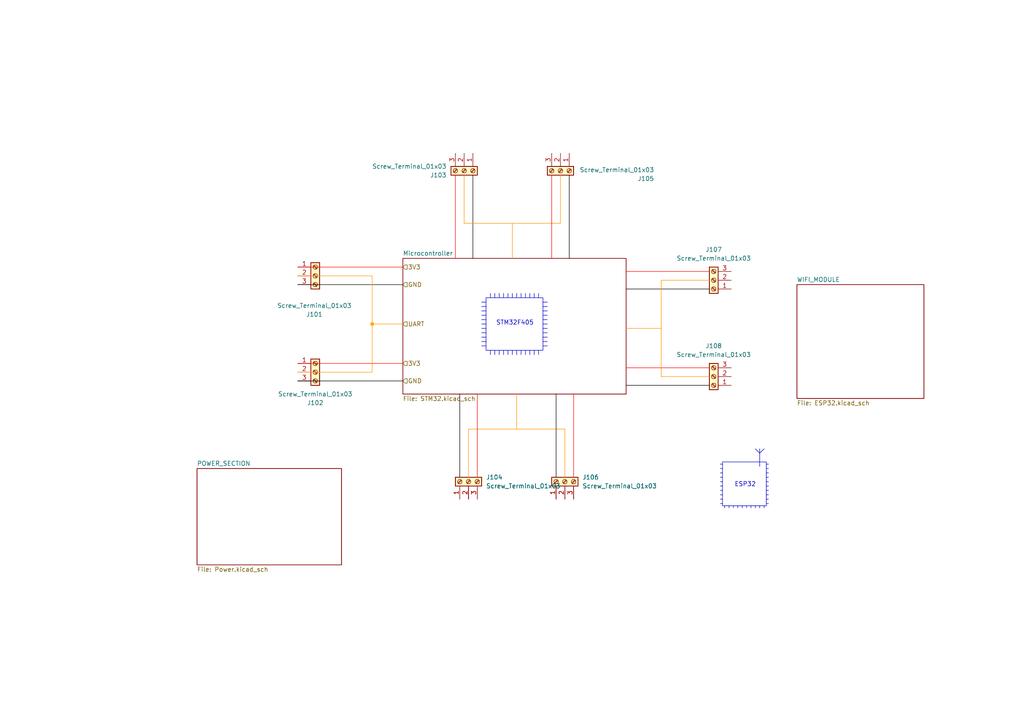
<source format=kicad_sch>
(kicad_sch (version 20231120) (generator "eeschema") (generator_version "8.0")
  (paper "A4")
  (lib_symbols
    (symbol "Connector:Screw_Terminal_01x03" (pin_names (offset 1.016) hide)
      (property "Reference" "J" (at 0 5.08 0))
      (property "Value" "Screw_Terminal_01x03" (at 0 -5.08 0))
      (symbol "Screw_Terminal_01x03_1_1"
        (rectangle (start -1.27 3.81) (end 1.27 -3.81) (stroke (width 0.254)) (fill (type background)))
        (circle (center 0 -2.54) (radius 0.635) (stroke (width 0.1524)))
        (polyline (pts (xy -0.5334 -2.2098) (xy 0.3302 -3.048)) (stroke (width 0.1524)))
        (polyline (pts (xy -0.5334 0.3302) (xy 0.3302 -0.508)) (stroke (width 0.1524)))
        (polyline (pts (xy -0.5334 2.8702) (xy 0.3302 2.032)) (stroke (width 0.1524)))
        (polyline (pts (xy -0.3556 -2.032) (xy 0.508 -2.8702)) (stroke (width 0.1524)))
        (polyline (pts (xy -0.3556 0.508) (xy 0.508 -0.3302)) (stroke (width 0.1524)))
        (polyline (pts (xy -0.3556 3.048) (xy 0.508 2.2098)) (stroke (width 0.1524)))
        (circle (center 0 0) (radius 0.635) (stroke (width 0.1524)))
        (circle (center 0 2.54) (radius 0.635) (stroke (width 0.1524)))
        (pin passive line (at -5.08 2.54 0) (length 3.81) (name "Pin_1") (number "1"))
        (pin passive line (at -5.08 0 0) (length 3.81) (name "Pin_2") (number "2"))
        (pin passive line (at -5.08 -2.54 0) (length 3.81) (name "Pin_3") (number "3"))
      )
    )
  )
  (junction (at 107.95 93.98) (color 255 160 5 1))
  (polyline (pts (xy 157.48 93.98) (xy 158.75 93.98)))
  (polyline (pts (xy 191.77 81.28) (xy 191.77 109.22)) (stroke (width 0) (color 255 148 0 1)))
  (polyline (pts (xy 149.86 101.6) (xy 149.86 102.87)))
  (polyline (pts (xy 181.61 95.25) (xy 191.77 95.25)) (stroke (width 0) (color 255 148 0 1)))
  (polyline (pts (xy 191.77 109.22) (xy 205.74 109.22)) (stroke (width 0) (color 255 148 0 1)))
  (polyline (pts (xy 181.61 111.76) (xy 205.74 111.76)) (stroke (width 0) (color 0 0 0 1)))
  (polyline (pts (xy 151.13 85.09) (xy 151.13 86.36)))
  (polyline (pts (xy 163.83 124.46) (xy 135.89 124.46)) (stroke (width 0) (color 255 148 0 1)))
  (polyline (pts (xy 220.345 146.685) (xy 220.345 147.32)))
  (polyline (pts (xy 208.915 146.05) (xy 209.55 146.05)))
  (polyline (pts (xy 157.48 99.06) (xy 158.75 99.06)))
  (polyline (pts (xy 222.25 139.7) (xy 222.885 139.7)))
  (polyline (pts (xy 134.62 64.77) (xy 162.56 64.77)) (stroke (width 0) (color 255 148 0 1)))
  (polyline (pts (xy 208.915 142.24) (xy 209.55 142.24)))
  (polyline (pts (xy 132.08 74.93) (xy 132.08 50.8)) (stroke (width 0) (color 255 4 0 1)))
  (polyline (pts (xy 137.16 74.93) (xy 137.16 50.8)) (stroke (width 0) (color 0 0 0 1)))
  (polyline (pts (xy 208.915 134.62) (xy 209.55 134.62)))
  (polyline (pts (xy 139.7 92.71) (xy 140.97 92.71)))
  (polyline (pts (xy 149.86 85.09) (xy 149.86 86.36)))
  (polyline (pts (xy 222.25 137.16) (xy 222.885 137.16)))
  (wire (pts (xy 116.84 93.98) (xy 107.95 93.98)) (stroke (width 0) (color 255 160 5 1)))
  (polyline (pts (xy 157.48 96.52) (xy 158.75 96.52)))
  (polyline (pts (xy 134.62 64.77) (xy 134.62 50.8)) (stroke (width 0) (color 255 148 0 1)))
  (polyline (pts (xy 152.4 101.6) (xy 152.4 102.87)))
  (polyline (pts (xy 156.21 101.6) (xy 156.21 102.87)))
  (polyline (pts (xy 161.29 114.3) (xy 161.29 138.43)) (stroke (width 0) (color 0 0 0 1)))
  (polyline (pts (xy 222.25 140.97) (xy 222.885 140.97)))
  (polyline (pts (xy 181.61 78.74) (xy 205.74 78.74)) (stroke (width 0) (color 255 4 0 1)))
  (polyline (pts (xy 143.51 101.6) (xy 143.51 102.87)))
  (polyline (pts (xy 222.25 144.78) (xy 222.885 144.78)))
  (polyline (pts (xy 222.25 143.51) (xy 222.885 143.51)))
  (polyline (pts (xy 154.94 85.09) (xy 154.94 86.36)))
  (polyline (pts (xy 208.915 138.43) (xy 209.55 138.43)))
  (polyline (pts (xy 153.67 101.6) (xy 153.67 102.87)))
  (polyline (pts (xy 157.48 95.25) (xy 158.75 95.25)))
  (polyline (pts (xy 149.86 114.3) (xy 149.86 124.46)) (stroke (width 0) (color 255 148 0 1)))
  (wire (pts (xy 86.36 107.95) (xy 107.95 107.95)) (stroke (width 0) (color 255 160 5 1)))
  (polyline (pts (xy 146.05 85.09) (xy 146.05 86.36)))
  (polyline (pts (xy 222.25 135.89) (xy 222.885 135.89)))
  (polyline (pts (xy 144.78 101.6) (xy 144.78 102.87)))
  (polyline (pts (xy 162.56 64.77) (xy 162.56 50.8)) (stroke (width 0) (color 255 148 0 1)))
  (polyline (pts (xy 216.535 146.685) (xy 216.535 147.32)))
  (polyline (pts (xy 220.345 131.445) (xy 221.615 130.175)))
  (polyline (pts (xy 152.4 85.09) (xy 152.4 86.36)))
  (wire (pts (xy 86.36 80.01) (xy 107.95 80.01)) (stroke (width 0) (color 255 160 5 1)))
  (polyline (pts (xy 153.67 85.09) (xy 153.67 86.36)))
  (polyline (pts (xy 157.48 97.79) (xy 158.75 97.79)))
  (wire (pts (xy 86.36 110.49) (xy 116.84 110.49)) (stroke (width 0) (color 0 0 0 1)))
  (wire (pts (xy 86.36 77.47) (xy 116.84 77.47)) (stroke (width 0) (color 255 9 0 1)))
  (polyline (pts (xy 142.24 101.6) (xy 142.24 102.87)))
  (wire (pts (xy 107.95 93.98) (xy 107.95 80.01)) (stroke (width 0) (color 255 160 5 1)))
  (polyline (pts (xy 160.02 74.93) (xy 160.02 50.8)) (stroke (width 0) (color 255 4 0 1)))
  (polyline (pts (xy 139.7 88.9) (xy 140.97 88.9)))
  (polyline (pts (xy 220.345 131.445) (xy 220.345 135.255)))
  (polyline (pts (xy 138.43 114.3) (xy 138.43 138.43)) (stroke (width 0) (color 255 4 0 1)))
  (polyline (pts (xy 222.25 138.43) (xy 222.885 138.43)))
  (polyline (pts (xy 157.48 91.44) (xy 158.75 91.44)))
  (polyline (pts (xy 146.05 101.6) (xy 146.05 102.87)))
  (polyline (pts (xy 139.7 99.06) (xy 140.97 99.06)))
  (polyline (pts (xy 139.7 93.98) (xy 140.97 93.98)))
  (polyline (pts (xy 156.21 85.09) (xy 156.21 86.36)))
  (polyline (pts (xy 208.915 139.7) (xy 209.55 139.7)))
  (polyline (pts (xy 147.32 85.09) (xy 147.32 86.36)))
  (polyline (pts (xy 166.37 114.3) (xy 166.37 138.43)) (stroke (width 0) (color 255 4 0 1)))
  (polyline (pts (xy 163.83 124.46) (xy 163.83 138.43)) (stroke (width 0) (color 255 148 0 1)))
  (wire (pts (xy 86.36 105.41) (xy 116.84 105.41)) (stroke (width 0) (color 255 9 0 1)))
  (polyline (pts (xy 148.59 85.09) (xy 148.59 86.36)))
  (polyline (pts (xy 139.7 100.33) (xy 140.97 100.33)))
  (polyline (pts (xy 208.915 144.78) (xy 209.55 144.78)))
  (polyline (pts (xy 139.7 91.44) (xy 140.97 91.44)))
  (polyline (pts (xy 139.7 97.79) (xy 140.97 97.79)))
  (polyline (pts (xy 165.1 74.93) (xy 165.1 50.8)) (stroke (width 0) (color 0 0 0 1)))
  (polyline (pts (xy 143.51 85.09) (xy 143.51 86.36)))
  (polyline (pts (xy 221.615 146.685) (xy 221.615 147.32)))
  (polyline (pts (xy 213.995 146.685) (xy 213.995 147.32)))
  (polyline (pts (xy 208.915 143.51) (xy 209.55 143.51)))
  (polyline (pts (xy 139.7 90.17) (xy 140.97 90.17)))
  (polyline (pts (xy 181.61 106.68) (xy 205.74 106.68)) (stroke (width 0) (color 255 4 0 1)))
  (polyline (pts (xy 222.25 142.24) (xy 222.885 142.24)))
  (polyline (pts (xy 135.89 124.46) (xy 135.89 138.43)) (stroke (width 0) (color 255 148 0 1)))
  (polyline (pts (xy 211.455 146.685) (xy 211.455 147.32)))
  (polyline (pts (xy 215.265 146.685) (xy 215.265 147.32)))
  (polyline (pts (xy 217.805 146.685) (xy 217.805 147.32)))
  (polyline (pts (xy 157.48 90.17) (xy 158.75 90.17)))
  (polyline (pts (xy 139.7 87.63) (xy 140.97 87.63)))
  (wire (pts (xy 86.36 82.55) (xy 116.84 82.55)) (stroke (width 0) (color 0 0 0 1)))
  (polyline (pts (xy 148.59 101.6) (xy 148.59 102.87)))
  (polyline (pts (xy 157.48 88.9) (xy 158.75 88.9)))
  (polyline (pts (xy 222.25 134.62) (xy 222.885 134.62)))
  (polyline (pts (xy 157.48 92.71) (xy 158.75 92.71)))
  (polyline (pts (xy 222.25 146.05) (xy 222.885 146.05)))
  (polyline (pts (xy 157.48 87.63) (xy 158.75 87.63)))
  (polyline (pts (xy 151.13 101.6) (xy 151.13 102.87)))
  (polyline (pts (xy 139.7 95.25) (xy 140.97 95.25)))
  (polyline (pts (xy 181.61 83.82) (xy 205.74 83.82)) (stroke (width 0) (color 0 0 0 1)))
  (polyline (pts (xy 133.35 114.3) (xy 133.35 138.43)) (stroke (width 0) (color 0 0 0 1)))
  (polyline (pts (xy 148.59 74.93) (xy 148.59 64.77)) (stroke (width 0) (color 255 148 0 1)))
  (polyline (pts (xy 142.24 85.09) (xy 142.24 86.36)))
  (polyline (pts (xy 144.78 85.09) (xy 144.78 86.36)))
  (polyline (pts (xy 191.77 81.28) (xy 205.74 81.28)) (stroke (width 0) (color 255 148 0 1)))
  (polyline (pts (xy 147.32 101.6) (xy 147.32 102.87)))
  (polyline (pts (xy 208.915 135.89) (xy 209.55 135.89)))
  (polyline (pts (xy 219.075 146.685) (xy 219.075 147.32)))
  (wire (pts (xy 107.95 93.98) (xy 107.95 107.95)) (stroke (width 0) (color 255 160 5 1)))
  (polyline (pts (xy 212.725 146.685) (xy 212.725 147.32)))
  (polyline (pts (xy 208.915 137.16) (xy 209.55 137.16)))
  (polyline (pts (xy 157.48 100.33) (xy 158.75 100.33)))
  (polyline (pts (xy 220.345 130.175) (xy 220.345 131.445)))
  (polyline (pts (xy 208.915 140.97) (xy 209.55 140.97)))
  (polyline (pts (xy 139.7 96.52) (xy 140.97 96.52)))
  (polyline (pts (xy 210.185 146.685) (xy 210.185 147.32)))
  (polyline (pts (xy 219.075 130.175) (xy 220.345 131.445)))
  (polyline (pts (xy 154.94 101.6) (xy 154.94 102.87)))
  (rectangle (start 140.97 86.36) (end 157.48 101.6))
  (rectangle (start 209.55 133.985) (end 222.25 146.685))
  (text "STM32F405" (at 149.352 93.726 0) (effects (font (size 1.27 1.27))))
  (text "ESP32" (at 216.154 140.589 0) (effects (font (size 1.27 1.27))))
  (hierarchical_label "UART" (shape input) (at 116.84 93.98 0))
  (hierarchical_label "3V3" (shape input) (at 116.84 105.41 0))
  (hierarchical_label "GND" (shape input) (at 116.84 82.55 0))
  (hierarchical_label "GND" (shape input) (at 116.84 110.49 0))
  (hierarchical_label "3V3" (shape input) (at 116.84 77.47 0))
  (symbol (lib_id "Connector:Screw_Terminal_01x03") (at 162.56 49.53 270) (unit 1)
    (property "Reference" "J105" (at 189.738 51.816 90) (effects (justify right)))
    (property "Value" "Screw_Terminal_01x03" (at 189.738 49.276 90) (effects (justify right)))
    (property "Description" "Generic screw terminal, single row, 01x03, script generated (kicad-library-utils/schlib/autogen/connector/)" (effects (hide yes)))
  )
  (symbol (lib_id "Connector:Screw_Terminal_01x03") (at 134.62 49.53 270) (unit 1)
    (property "Reference" "J103" (at 129.54 50.8001 90) (effects (justify right)))
    (property "Value" "Screw_Terminal_01x03" (at 129.54 48.2601 90) (effects (justify right)))
    (property "Description" "Generic screw terminal, single row, 01x03, script generated (kicad-library-utils/schlib/autogen/connector/)" (effects (hide yes)))
  )
  (symbol (lib_id "Connector:Screw_Terminal_01x03") (at 135.89 139.7 90) (unit 1)
    (property "Reference" "J104" (at 140.97 138.4299 90) (effects (justify right)))
    (property "Value" "Screw_Terminal_01x03" (at 140.97 140.9699 90) (effects (justify right)))
    (property "Description" "Generic screw terminal, single row, 01x03, script generated (kicad-library-utils/schlib/autogen/connector/)" (effects (hide yes)))
  )
  (symbol (lib_id "Connector:Screw_Terminal_01x03") (at 91.44 80.01 0) (unit 1)
    (property "Reference" "J101" (at 91.186 91.186 0))
    (property "Value" "Screw_Terminal_01x03" (at 91.186 88.646 0))
    (property "Description" "Generic screw terminal, single row, 01x03, script generated (kicad-library-utils/schlib/autogen/connector/)" (effects (hide yes)))
  )
  (symbol (lib_id "Connector:Screw_Terminal_01x03") (at 91.44 107.95 0) (unit 1)
    (property "Reference" "J102" (at 91.44 116.84 0))
    (property "Value" "Screw_Terminal_01x03" (at 91.44 114.3 0))
    (property "Description" "Generic screw terminal, single row, 01x03, script generated (kicad-library-utils/schlib/autogen/connector/)" (effects (hide yes)))
  )
  (symbol (lib_id "Connector:Screw_Terminal_01x03") (at 207.01 109.22 180) (unit 1)
    (property "Reference" "J108" (at 207.01 100.33 0))
    (property "Value" "Screw_Terminal_01x03" (at 207.01 102.87 0))
    (property "Description" "Generic screw terminal, single row, 01x03, script generated (kicad-library-utils/schlib/autogen/connector/)" (effects (hide yes)))
  )
  (symbol (lib_id "Connector:Screw_Terminal_01x03") (at 207.01 81.28 180) (unit 1)
    (property "Reference" "J107" (at 207.01 72.39 0))
    (property "Value" "Screw_Terminal_01x03" (at 207.01 74.93 0))
    (property "Description" "Generic screw terminal, single row, 01x03, script generated (kicad-library-utils/schlib/autogen/connector/)" (effects (hide yes)))
  )
  (symbol (lib_id "Connector:Screw_Terminal_01x03") (at 163.83 139.7 90) (unit 1)
    (property "Reference" "J106" (at 168.91 138.4299 90) (effects (justify right)))
    (property "Value" "Screw_Terminal_01x03" (at 168.91 140.9699 90) (effects (justify right)))
    (property "Description" "Generic screw terminal, single row, 01x03, script generated (kicad-library-utils/schlib/autogen/connector/)" (effects (hide yes)))
  )
  (sheet (at 57.15 135.89) (size 41.91 27.94) (stroke (width 0.1524))
    (property "Sheetname" "POWER_SECTION" (at 57.15 135.1784 0) (effects (justify left bottom)))
    (property "Sheetfile" "Power.kicad_sch" (at 57.15 164.4146 0) (effects (justify left top)))
  )
  (sheet (at 231.14 82.55) (size 36.83 33.02) (stroke (width 0.1524))
    (property "Sheetname" "WIFI_MODULE" (at 231.14 81.8384 0) (effects (justify left bottom)))
    (property "Sheetfile" "ESP32.kicad_sch" (at 231.14 116.1546 0) (effects (justify left top)))
  )
  (sheet (at 116.84 74.93) (size 64.77 39.37) (stroke (width 0.1524))
    (property "Sheetname" "Microcontroller" (at 116.84 74.2184 0) (effects (justify left bottom)))
    (property "Sheetfile" "STM32.kicad_sch" (at 116.84 114.8846 0) (effects (justify left top)))
  )
)
</source>
